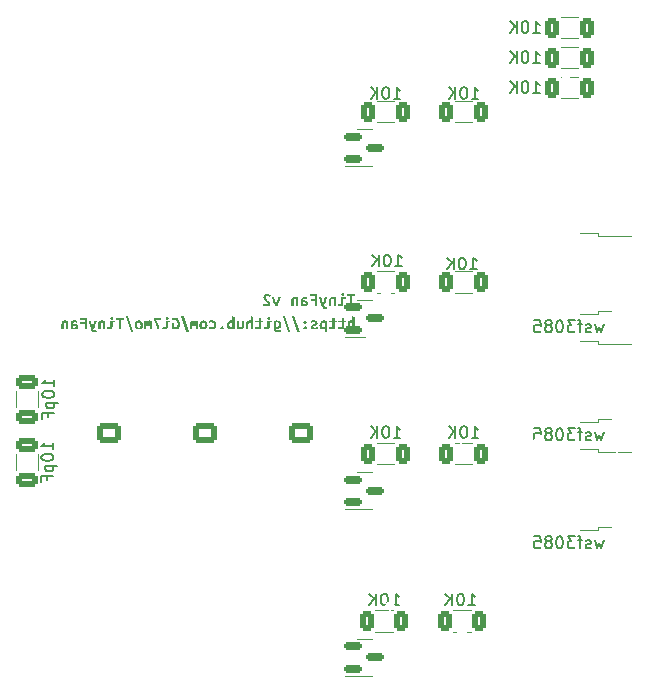
<source format=gbr>
%TF.GenerationSoftware,KiCad,Pcbnew,(6.0.5-0)*%
%TF.CreationDate,2022-09-01T07:50:41+02:00*%
%TF.ProjectId,tiny-fan,74696e79-2d66-4616-9e2e-6b696361645f,rev?*%
%TF.SameCoordinates,Original*%
%TF.FileFunction,Legend,Bot*%
%TF.FilePolarity,Positive*%
%FSLAX46Y46*%
G04 Gerber Fmt 4.6, Leading zero omitted, Abs format (unit mm)*
G04 Created by KiCad (PCBNEW (6.0.5-0)) date 2022-09-01 07:50:41*
%MOMM*%
%LPD*%
G01*
G04 APERTURE LIST*
G04 Aperture macros list*
%AMRoundRect*
0 Rectangle with rounded corners*
0 $1 Rounding radius*
0 $2 $3 $4 $5 $6 $7 $8 $9 X,Y pos of 4 corners*
0 Add a 4 corners polygon primitive as box body*
4,1,4,$2,$3,$4,$5,$6,$7,$8,$9,$2,$3,0*
0 Add four circle primitives for the rounded corners*
1,1,$1+$1,$2,$3*
1,1,$1+$1,$4,$5*
1,1,$1+$1,$6,$7*
1,1,$1+$1,$8,$9*
0 Add four rect primitives between the rounded corners*
20,1,$1+$1,$2,$3,$4,$5,0*
20,1,$1+$1,$4,$5,$6,$7,0*
20,1,$1+$1,$6,$7,$8,$9,0*
20,1,$1+$1,$8,$9,$2,$3,0*%
G04 Aperture macros list end*
%ADD10C,0.150000*%
%ADD11C,0.120000*%
%ADD12R,1.700000X1.700000*%
%ADD13O,1.700000X1.700000*%
%ADD14R,1.730000X2.030000*%
%ADD15O,1.730000X2.030000*%
%ADD16C,5.700000*%
%ADD17RoundRect,0.250000X0.725000X-0.600000X0.725000X0.600000X-0.725000X0.600000X-0.725000X-0.600000X0*%
%ADD18O,1.950000X1.700000*%
%ADD19R,1.910000X1.910000*%
%ADD20C,1.910000*%
%ADD21R,2.600000X2.600000*%
%ADD22C,2.600000*%
%ADD23C,1.955800*%
%ADD24RoundRect,0.250000X0.312500X0.625000X-0.312500X0.625000X-0.312500X-0.625000X0.312500X-0.625000X0*%
%ADD25R,2.200000X1.200000*%
%ADD26R,6.400000X5.800000*%
%ADD27RoundRect,0.150000X-0.587500X-0.150000X0.587500X-0.150000X0.587500X0.150000X-0.587500X0.150000X0*%
%ADD28RoundRect,0.250000X-0.650000X0.325000X-0.650000X-0.325000X0.650000X-0.325000X0.650000X0.325000X0*%
%ADD29RoundRect,0.250000X0.650000X-0.325000X0.650000X0.325000X-0.650000X0.325000X-0.650000X-0.325000X0*%
%ADD30C,0.800000*%
G04 APERTURE END LIST*
D10*
%TO.C,R8*%
X51754476Y-65425380D02*
X52325904Y-65425380D01*
X52040190Y-65425380D02*
X52040190Y-64425380D01*
X52135428Y-64568238D01*
X52230666Y-64663476D01*
X52325904Y-64711095D01*
X51135428Y-64425380D02*
X51040190Y-64425380D01*
X50944952Y-64473000D01*
X50897333Y-64520619D01*
X50849714Y-64615857D01*
X50802095Y-64806333D01*
X50802095Y-65044428D01*
X50849714Y-65234904D01*
X50897333Y-65330142D01*
X50944952Y-65377761D01*
X51040190Y-65425380D01*
X51135428Y-65425380D01*
X51230666Y-65377761D01*
X51278285Y-65330142D01*
X51325904Y-65234904D01*
X51373523Y-65044428D01*
X51373523Y-64806333D01*
X51325904Y-64615857D01*
X51278285Y-64520619D01*
X51230666Y-64473000D01*
X51135428Y-64425380D01*
X50373523Y-65425380D02*
X50373523Y-64425380D01*
X49802095Y-65425380D02*
X50230666Y-64853952D01*
X49802095Y-64425380D02*
X50373523Y-64996809D01*
%TO.C,R17*%
X63666876Y-19502380D02*
X64238304Y-19502380D01*
X63952590Y-19502380D02*
X63952590Y-18502380D01*
X64047828Y-18645238D01*
X64143066Y-18740476D01*
X64238304Y-18788095D01*
X63047828Y-18502380D02*
X62952590Y-18502380D01*
X62857352Y-18550000D01*
X62809733Y-18597619D01*
X62762114Y-18692857D01*
X62714495Y-18883333D01*
X62714495Y-19121428D01*
X62762114Y-19311904D01*
X62809733Y-19407142D01*
X62857352Y-19454761D01*
X62952590Y-19502380D01*
X63047828Y-19502380D01*
X63143066Y-19454761D01*
X63190685Y-19407142D01*
X63238304Y-19311904D01*
X63285923Y-19121428D01*
X63285923Y-18883333D01*
X63238304Y-18692857D01*
X63190685Y-18597619D01*
X63143066Y-18550000D01*
X63047828Y-18502380D01*
X62285923Y-19502380D02*
X62285923Y-18502380D01*
X61714495Y-19502380D02*
X62143066Y-18930952D01*
X61714495Y-18502380D02*
X62285923Y-19073809D01*
%TO.C,Q8*%
X69651190Y-41623714D02*
X69460714Y-42290380D01*
X69270238Y-41814190D01*
X69079761Y-42290380D01*
X68889285Y-41623714D01*
X68555952Y-42242761D02*
X68460714Y-42290380D01*
X68270238Y-42290380D01*
X68175000Y-42242761D01*
X68127380Y-42147523D01*
X68127380Y-42099904D01*
X68175000Y-42004666D01*
X68270238Y-41957047D01*
X68413095Y-41957047D01*
X68508333Y-41909428D01*
X68555952Y-41814190D01*
X68555952Y-41766571D01*
X68508333Y-41671333D01*
X68413095Y-41623714D01*
X68270238Y-41623714D01*
X68175000Y-41671333D01*
X67841666Y-41623714D02*
X67460714Y-41623714D01*
X67698809Y-42290380D02*
X67698809Y-41433238D01*
X67651190Y-41338000D01*
X67555952Y-41290380D01*
X67460714Y-41290380D01*
X67222619Y-41290380D02*
X66603571Y-41290380D01*
X66936904Y-41671333D01*
X66794047Y-41671333D01*
X66698809Y-41718952D01*
X66651190Y-41766571D01*
X66603571Y-41861809D01*
X66603571Y-42099904D01*
X66651190Y-42195142D01*
X66698809Y-42242761D01*
X66794047Y-42290380D01*
X67079761Y-42290380D01*
X67175000Y-42242761D01*
X67222619Y-42195142D01*
X65984523Y-41290380D02*
X65889285Y-41290380D01*
X65794047Y-41338000D01*
X65746428Y-41385619D01*
X65698809Y-41480857D01*
X65651190Y-41671333D01*
X65651190Y-41909428D01*
X65698809Y-42099904D01*
X65746428Y-42195142D01*
X65794047Y-42242761D01*
X65889285Y-42290380D01*
X65984523Y-42290380D01*
X66079761Y-42242761D01*
X66127380Y-42195142D01*
X66175000Y-42099904D01*
X66222619Y-41909428D01*
X66222619Y-41671333D01*
X66175000Y-41480857D01*
X66127380Y-41385619D01*
X66079761Y-41338000D01*
X65984523Y-41290380D01*
X65079761Y-41718952D02*
X65175000Y-41671333D01*
X65222619Y-41623714D01*
X65270238Y-41528476D01*
X65270238Y-41480857D01*
X65222619Y-41385619D01*
X65175000Y-41338000D01*
X65079761Y-41290380D01*
X64889285Y-41290380D01*
X64794047Y-41338000D01*
X64746428Y-41385619D01*
X64698809Y-41480857D01*
X64698809Y-41528476D01*
X64746428Y-41623714D01*
X64794047Y-41671333D01*
X64889285Y-41718952D01*
X65079761Y-41718952D01*
X65175000Y-41766571D01*
X65222619Y-41814190D01*
X65270238Y-41909428D01*
X65270238Y-42099904D01*
X65222619Y-42195142D01*
X65175000Y-42242761D01*
X65079761Y-42290380D01*
X64889285Y-42290380D01*
X64794047Y-42242761D01*
X64746428Y-42195142D01*
X64698809Y-42099904D01*
X64698809Y-41909428D01*
X64746428Y-41814190D01*
X64794047Y-41766571D01*
X64889285Y-41718952D01*
X63794047Y-41290380D02*
X64270238Y-41290380D01*
X64317857Y-41766571D01*
X64270238Y-41718952D01*
X64175000Y-41671333D01*
X63936904Y-41671333D01*
X63841666Y-41718952D01*
X63794047Y-41766571D01*
X63746428Y-41861809D01*
X63746428Y-42099904D01*
X63794047Y-42195142D01*
X63841666Y-42242761D01*
X63936904Y-42290380D01*
X64175000Y-42290380D01*
X64270238Y-42242761D01*
X64317857Y-42195142D01*
%TO.C,Q10*%
X69651190Y-59911714D02*
X69460714Y-60578380D01*
X69270238Y-60102190D01*
X69079761Y-60578380D01*
X68889285Y-59911714D01*
X68555952Y-60530761D02*
X68460714Y-60578380D01*
X68270238Y-60578380D01*
X68175000Y-60530761D01*
X68127380Y-60435523D01*
X68127380Y-60387904D01*
X68175000Y-60292666D01*
X68270238Y-60245047D01*
X68413095Y-60245047D01*
X68508333Y-60197428D01*
X68555952Y-60102190D01*
X68555952Y-60054571D01*
X68508333Y-59959333D01*
X68413095Y-59911714D01*
X68270238Y-59911714D01*
X68175000Y-59959333D01*
X67841666Y-59911714D02*
X67460714Y-59911714D01*
X67698809Y-60578380D02*
X67698809Y-59721238D01*
X67651190Y-59626000D01*
X67555952Y-59578380D01*
X67460714Y-59578380D01*
X67222619Y-59578380D02*
X66603571Y-59578380D01*
X66936904Y-59959333D01*
X66794047Y-59959333D01*
X66698809Y-60006952D01*
X66651190Y-60054571D01*
X66603571Y-60149809D01*
X66603571Y-60387904D01*
X66651190Y-60483142D01*
X66698809Y-60530761D01*
X66794047Y-60578380D01*
X67079761Y-60578380D01*
X67175000Y-60530761D01*
X67222619Y-60483142D01*
X65984523Y-59578380D02*
X65889285Y-59578380D01*
X65794047Y-59626000D01*
X65746428Y-59673619D01*
X65698809Y-59768857D01*
X65651190Y-59959333D01*
X65651190Y-60197428D01*
X65698809Y-60387904D01*
X65746428Y-60483142D01*
X65794047Y-60530761D01*
X65889285Y-60578380D01*
X65984523Y-60578380D01*
X66079761Y-60530761D01*
X66127380Y-60483142D01*
X66175000Y-60387904D01*
X66222619Y-60197428D01*
X66222619Y-59959333D01*
X66175000Y-59768857D01*
X66127380Y-59673619D01*
X66079761Y-59626000D01*
X65984523Y-59578380D01*
X65079761Y-60006952D02*
X65175000Y-59959333D01*
X65222619Y-59911714D01*
X65270238Y-59816476D01*
X65270238Y-59768857D01*
X65222619Y-59673619D01*
X65175000Y-59626000D01*
X65079761Y-59578380D01*
X64889285Y-59578380D01*
X64794047Y-59626000D01*
X64746428Y-59673619D01*
X64698809Y-59768857D01*
X64698809Y-59816476D01*
X64746428Y-59911714D01*
X64794047Y-59959333D01*
X64889285Y-60006952D01*
X65079761Y-60006952D01*
X65175000Y-60054571D01*
X65222619Y-60102190D01*
X65270238Y-60197428D01*
X65270238Y-60387904D01*
X65222619Y-60483142D01*
X65175000Y-60530761D01*
X65079761Y-60578380D01*
X64889285Y-60578380D01*
X64794047Y-60530761D01*
X64746428Y-60483142D01*
X64698809Y-60387904D01*
X64698809Y-60197428D01*
X64746428Y-60102190D01*
X64794047Y-60054571D01*
X64889285Y-60006952D01*
X63794047Y-59578380D02*
X64270238Y-59578380D01*
X64317857Y-60054571D01*
X64270238Y-60006952D01*
X64175000Y-59959333D01*
X63936904Y-59959333D01*
X63841666Y-60006952D01*
X63794047Y-60054571D01*
X63746428Y-60149809D01*
X63746428Y-60387904D01*
X63794047Y-60483142D01*
X63841666Y-60530761D01*
X63936904Y-60578380D01*
X64175000Y-60578380D01*
X64270238Y-60530761D01*
X64317857Y-60483142D01*
%TO.C,Q9*%
X69651190Y-50767714D02*
X69460714Y-51434380D01*
X69270238Y-50958190D01*
X69079761Y-51434380D01*
X68889285Y-50767714D01*
X68555952Y-51386761D02*
X68460714Y-51434380D01*
X68270238Y-51434380D01*
X68175000Y-51386761D01*
X68127380Y-51291523D01*
X68127380Y-51243904D01*
X68175000Y-51148666D01*
X68270238Y-51101047D01*
X68413095Y-51101047D01*
X68508333Y-51053428D01*
X68555952Y-50958190D01*
X68555952Y-50910571D01*
X68508333Y-50815333D01*
X68413095Y-50767714D01*
X68270238Y-50767714D01*
X68175000Y-50815333D01*
X67841666Y-50767714D02*
X67460714Y-50767714D01*
X67698809Y-51434380D02*
X67698809Y-50577238D01*
X67651190Y-50482000D01*
X67555952Y-50434380D01*
X67460714Y-50434380D01*
X67222619Y-50434380D02*
X66603571Y-50434380D01*
X66936904Y-50815333D01*
X66794047Y-50815333D01*
X66698809Y-50862952D01*
X66651190Y-50910571D01*
X66603571Y-51005809D01*
X66603571Y-51243904D01*
X66651190Y-51339142D01*
X66698809Y-51386761D01*
X66794047Y-51434380D01*
X67079761Y-51434380D01*
X67175000Y-51386761D01*
X67222619Y-51339142D01*
X65984523Y-50434380D02*
X65889285Y-50434380D01*
X65794047Y-50482000D01*
X65746428Y-50529619D01*
X65698809Y-50624857D01*
X65651190Y-50815333D01*
X65651190Y-51053428D01*
X65698809Y-51243904D01*
X65746428Y-51339142D01*
X65794047Y-51386761D01*
X65889285Y-51434380D01*
X65984523Y-51434380D01*
X66079761Y-51386761D01*
X66127380Y-51339142D01*
X66175000Y-51243904D01*
X66222619Y-51053428D01*
X66222619Y-50815333D01*
X66175000Y-50624857D01*
X66127380Y-50529619D01*
X66079761Y-50482000D01*
X65984523Y-50434380D01*
X65079761Y-50862952D02*
X65175000Y-50815333D01*
X65222619Y-50767714D01*
X65270238Y-50672476D01*
X65270238Y-50624857D01*
X65222619Y-50529619D01*
X65175000Y-50482000D01*
X65079761Y-50434380D01*
X64889285Y-50434380D01*
X64794047Y-50482000D01*
X64746428Y-50529619D01*
X64698809Y-50624857D01*
X64698809Y-50672476D01*
X64746428Y-50767714D01*
X64794047Y-50815333D01*
X64889285Y-50862952D01*
X65079761Y-50862952D01*
X65175000Y-50910571D01*
X65222619Y-50958190D01*
X65270238Y-51053428D01*
X65270238Y-51243904D01*
X65222619Y-51339142D01*
X65175000Y-51386761D01*
X65079761Y-51434380D01*
X64889285Y-51434380D01*
X64794047Y-51386761D01*
X64746428Y-51339142D01*
X64698809Y-51243904D01*
X64698809Y-51053428D01*
X64746428Y-50958190D01*
X64794047Y-50910571D01*
X64889285Y-50862952D01*
X63794047Y-50434380D02*
X64270238Y-50434380D01*
X64317857Y-50910571D01*
X64270238Y-50862952D01*
X64175000Y-50815333D01*
X63936904Y-50815333D01*
X63841666Y-50862952D01*
X63794047Y-50910571D01*
X63746428Y-51005809D01*
X63746428Y-51243904D01*
X63794047Y-51339142D01*
X63841666Y-51386761D01*
X63936904Y-51434380D01*
X64175000Y-51434380D01*
X64270238Y-51386761D01*
X64317857Y-51339142D01*
%TO.C,R5*%
X58216476Y-65425380D02*
X58787904Y-65425380D01*
X58502190Y-65425380D02*
X58502190Y-64425380D01*
X58597428Y-64568238D01*
X58692666Y-64663476D01*
X58787904Y-64711095D01*
X57597428Y-64425380D02*
X57502190Y-64425380D01*
X57406952Y-64473000D01*
X57359333Y-64520619D01*
X57311714Y-64615857D01*
X57264095Y-64806333D01*
X57264095Y-65044428D01*
X57311714Y-65234904D01*
X57359333Y-65330142D01*
X57406952Y-65377761D01*
X57502190Y-65425380D01*
X57597428Y-65425380D01*
X57692666Y-65377761D01*
X57740285Y-65330142D01*
X57787904Y-65234904D01*
X57835523Y-65044428D01*
X57835523Y-64806333D01*
X57787904Y-64615857D01*
X57740285Y-64520619D01*
X57692666Y-64473000D01*
X57597428Y-64425380D01*
X56835523Y-65425380D02*
X56835523Y-64425380D01*
X56264095Y-65425380D02*
X56692666Y-64853952D01*
X56264095Y-64425380D02*
X56835523Y-64996809D01*
%TO.C,R1*%
X58348476Y-36977380D02*
X58919904Y-36977380D01*
X58634190Y-36977380D02*
X58634190Y-35977380D01*
X58729428Y-36120238D01*
X58824666Y-36215476D01*
X58919904Y-36263095D01*
X57729428Y-35977380D02*
X57634190Y-35977380D01*
X57538952Y-36025000D01*
X57491333Y-36072619D01*
X57443714Y-36167857D01*
X57396095Y-36358333D01*
X57396095Y-36596428D01*
X57443714Y-36786904D01*
X57491333Y-36882142D01*
X57538952Y-36929761D01*
X57634190Y-36977380D01*
X57729428Y-36977380D01*
X57824666Y-36929761D01*
X57872285Y-36882142D01*
X57919904Y-36786904D01*
X57967523Y-36596428D01*
X57967523Y-36358333D01*
X57919904Y-36167857D01*
X57872285Y-36072619D01*
X57824666Y-36025000D01*
X57729428Y-35977380D01*
X56967523Y-36977380D02*
X56967523Y-35977380D01*
X56396095Y-36977380D02*
X56824666Y-36405952D01*
X56396095Y-35977380D02*
X56967523Y-36548809D01*
%TO.C,R7*%
X51886476Y-51247380D02*
X52457904Y-51247380D01*
X52172190Y-51247380D02*
X52172190Y-50247380D01*
X52267428Y-50390238D01*
X52362666Y-50485476D01*
X52457904Y-50533095D01*
X51267428Y-50247380D02*
X51172190Y-50247380D01*
X51076952Y-50295000D01*
X51029333Y-50342619D01*
X50981714Y-50437857D01*
X50934095Y-50628333D01*
X50934095Y-50866428D01*
X50981714Y-51056904D01*
X51029333Y-51152142D01*
X51076952Y-51199761D01*
X51172190Y-51247380D01*
X51267428Y-51247380D01*
X51362666Y-51199761D01*
X51410285Y-51152142D01*
X51457904Y-51056904D01*
X51505523Y-50866428D01*
X51505523Y-50628333D01*
X51457904Y-50437857D01*
X51410285Y-50342619D01*
X51362666Y-50295000D01*
X51267428Y-50247380D01*
X50505523Y-51247380D02*
X50505523Y-50247380D01*
X49934095Y-51247380D02*
X50362666Y-50675952D01*
X49934095Y-50247380D02*
X50505523Y-50818809D01*
%TO.C,R4*%
X58490476Y-51247380D02*
X59061904Y-51247380D01*
X58776190Y-51247380D02*
X58776190Y-50247380D01*
X58871428Y-50390238D01*
X58966666Y-50485476D01*
X59061904Y-50533095D01*
X57871428Y-50247380D02*
X57776190Y-50247380D01*
X57680952Y-50295000D01*
X57633333Y-50342619D01*
X57585714Y-50437857D01*
X57538095Y-50628333D01*
X57538095Y-50866428D01*
X57585714Y-51056904D01*
X57633333Y-51152142D01*
X57680952Y-51199761D01*
X57776190Y-51247380D01*
X57871428Y-51247380D01*
X57966666Y-51199761D01*
X58014285Y-51152142D01*
X58061904Y-51056904D01*
X58109523Y-50866428D01*
X58109523Y-50628333D01*
X58061904Y-50437857D01*
X58014285Y-50342619D01*
X57966666Y-50295000D01*
X57871428Y-50247380D01*
X57109523Y-51247380D02*
X57109523Y-50247380D01*
X56538095Y-51247380D02*
X56966666Y-50675952D01*
X56538095Y-50247380D02*
X57109523Y-50818809D01*
%TO.C,R16*%
X63666876Y-22042380D02*
X64238304Y-22042380D01*
X63952590Y-22042380D02*
X63952590Y-21042380D01*
X64047828Y-21185238D01*
X64143066Y-21280476D01*
X64238304Y-21328095D01*
X63047828Y-21042380D02*
X62952590Y-21042380D01*
X62857352Y-21090000D01*
X62809733Y-21137619D01*
X62762114Y-21232857D01*
X62714495Y-21423333D01*
X62714495Y-21661428D01*
X62762114Y-21851904D01*
X62809733Y-21947142D01*
X62857352Y-21994761D01*
X62952590Y-22042380D01*
X63047828Y-22042380D01*
X63143066Y-21994761D01*
X63190685Y-21947142D01*
X63238304Y-21851904D01*
X63285923Y-21661428D01*
X63285923Y-21423333D01*
X63238304Y-21232857D01*
X63190685Y-21137619D01*
X63143066Y-21090000D01*
X63047828Y-21042380D01*
X62285923Y-22042380D02*
X62285923Y-21042380D01*
X61714495Y-22042380D02*
X62143066Y-21470952D01*
X61714495Y-21042380D02*
X62285923Y-21613809D01*
%TO.C,C1*%
X23130380Y-46885571D02*
X23130380Y-46314142D01*
X23130380Y-46599857D02*
X22130380Y-46599857D01*
X22273238Y-46504619D01*
X22368476Y-46409380D01*
X22416095Y-46314142D01*
X22130380Y-47504619D02*
X22130380Y-47599857D01*
X22178000Y-47695095D01*
X22225619Y-47742714D01*
X22320857Y-47790333D01*
X22511333Y-47837952D01*
X22749428Y-47837952D01*
X22939904Y-47790333D01*
X23035142Y-47742714D01*
X23082761Y-47695095D01*
X23130380Y-47599857D01*
X23130380Y-47504619D01*
X23082761Y-47409380D01*
X23035142Y-47361761D01*
X22939904Y-47314142D01*
X22749428Y-47266523D01*
X22511333Y-47266523D01*
X22320857Y-47314142D01*
X22225619Y-47361761D01*
X22178000Y-47409380D01*
X22130380Y-47504619D01*
X22463714Y-48266523D02*
X23463714Y-48266523D01*
X22511333Y-48266523D02*
X22463714Y-48361761D01*
X22463714Y-48552238D01*
X22511333Y-48647476D01*
X22558952Y-48695095D01*
X22654190Y-48742714D01*
X22939904Y-48742714D01*
X23035142Y-48695095D01*
X23082761Y-48647476D01*
X23130380Y-48552238D01*
X23130380Y-48361761D01*
X23082761Y-48266523D01*
X22606571Y-49504619D02*
X22606571Y-49171285D01*
X23130380Y-49171285D02*
X22130380Y-49171285D01*
X22130380Y-49647476D01*
%TO.C,R2*%
X58490476Y-22550380D02*
X59061904Y-22550380D01*
X58776190Y-22550380D02*
X58776190Y-21550380D01*
X58871428Y-21693238D01*
X58966666Y-21788476D01*
X59061904Y-21836095D01*
X57871428Y-21550380D02*
X57776190Y-21550380D01*
X57680952Y-21598000D01*
X57633333Y-21645619D01*
X57585714Y-21740857D01*
X57538095Y-21931333D01*
X57538095Y-22169428D01*
X57585714Y-22359904D01*
X57633333Y-22455142D01*
X57680952Y-22502761D01*
X57776190Y-22550380D01*
X57871428Y-22550380D01*
X57966666Y-22502761D01*
X58014285Y-22455142D01*
X58061904Y-22359904D01*
X58109523Y-22169428D01*
X58109523Y-21931333D01*
X58061904Y-21740857D01*
X58014285Y-21645619D01*
X57966666Y-21598000D01*
X57871428Y-21550380D01*
X57109523Y-22550380D02*
X57109523Y-21550380D01*
X56538095Y-22550380D02*
X56966666Y-21978952D01*
X56538095Y-21550380D02*
X57109523Y-22121809D01*
%TO.C,R15*%
X63666876Y-16962380D02*
X64238304Y-16962380D01*
X63952590Y-16962380D02*
X63952590Y-15962380D01*
X64047828Y-16105238D01*
X64143066Y-16200476D01*
X64238304Y-16248095D01*
X63047828Y-15962380D02*
X62952590Y-15962380D01*
X62857352Y-16010000D01*
X62809733Y-16057619D01*
X62762114Y-16152857D01*
X62714495Y-16343333D01*
X62714495Y-16581428D01*
X62762114Y-16771904D01*
X62809733Y-16867142D01*
X62857352Y-16914761D01*
X62952590Y-16962380D01*
X63047828Y-16962380D01*
X63143066Y-16914761D01*
X63190685Y-16867142D01*
X63238304Y-16771904D01*
X63285923Y-16581428D01*
X63285923Y-16343333D01*
X63238304Y-16152857D01*
X63190685Y-16057619D01*
X63143066Y-16010000D01*
X63047828Y-15962380D01*
X62285923Y-16962380D02*
X62285923Y-15962380D01*
X61714495Y-16962380D02*
X62143066Y-16390952D01*
X61714495Y-15962380D02*
X62285923Y-16533809D01*
%TO.C,C2*%
X23058380Y-52219571D02*
X23058380Y-51648142D01*
X23058380Y-51933857D02*
X22058380Y-51933857D01*
X22201238Y-51838619D01*
X22296476Y-51743380D01*
X22344095Y-51648142D01*
X22058380Y-52838619D02*
X22058380Y-52933857D01*
X22106000Y-53029095D01*
X22153619Y-53076714D01*
X22248857Y-53124333D01*
X22439333Y-53171952D01*
X22677428Y-53171952D01*
X22867904Y-53124333D01*
X22963142Y-53076714D01*
X23010761Y-53029095D01*
X23058380Y-52933857D01*
X23058380Y-52838619D01*
X23010761Y-52743380D01*
X22963142Y-52695761D01*
X22867904Y-52648142D01*
X22677428Y-52600523D01*
X22439333Y-52600523D01*
X22248857Y-52648142D01*
X22153619Y-52695761D01*
X22106000Y-52743380D01*
X22058380Y-52838619D01*
X22391714Y-53600523D02*
X23391714Y-53600523D01*
X22439333Y-53600523D02*
X22391714Y-53695761D01*
X22391714Y-53886238D01*
X22439333Y-53981476D01*
X22486952Y-54029095D01*
X22582190Y-54076714D01*
X22867904Y-54076714D01*
X22963142Y-54029095D01*
X23010761Y-53981476D01*
X23058380Y-53886238D01*
X23058380Y-53695761D01*
X23010761Y-53600523D01*
X22534571Y-54838619D02*
X22534571Y-54505285D01*
X23058380Y-54505285D02*
X22058380Y-54505285D01*
X22058380Y-54981476D01*
%TO.C,R6*%
X51998476Y-36723380D02*
X52569904Y-36723380D01*
X52284190Y-36723380D02*
X52284190Y-35723380D01*
X52379428Y-35866238D01*
X52474666Y-35961476D01*
X52569904Y-36009095D01*
X51379428Y-35723380D02*
X51284190Y-35723380D01*
X51188952Y-35771000D01*
X51141333Y-35818619D01*
X51093714Y-35913857D01*
X51046095Y-36104333D01*
X51046095Y-36342428D01*
X51093714Y-36532904D01*
X51141333Y-36628142D01*
X51188952Y-36675761D01*
X51284190Y-36723380D01*
X51379428Y-36723380D01*
X51474666Y-36675761D01*
X51522285Y-36628142D01*
X51569904Y-36532904D01*
X51617523Y-36342428D01*
X51617523Y-36104333D01*
X51569904Y-35913857D01*
X51522285Y-35818619D01*
X51474666Y-35771000D01*
X51379428Y-35723380D01*
X50617523Y-36723380D02*
X50617523Y-35723380D01*
X50046095Y-36723380D02*
X50474666Y-36151952D01*
X50046095Y-35723380D02*
X50617523Y-36294809D01*
%TO.C,R3*%
X51886476Y-22550380D02*
X52457904Y-22550380D01*
X52172190Y-22550380D02*
X52172190Y-21550380D01*
X52267428Y-21693238D01*
X52362666Y-21788476D01*
X52457904Y-21836095D01*
X51267428Y-21550380D02*
X51172190Y-21550380D01*
X51076952Y-21598000D01*
X51029333Y-21645619D01*
X50981714Y-21740857D01*
X50934095Y-21931333D01*
X50934095Y-22169428D01*
X50981714Y-22359904D01*
X51029333Y-22455142D01*
X51076952Y-22502761D01*
X51172190Y-22550380D01*
X51267428Y-22550380D01*
X51362666Y-22502761D01*
X51410285Y-22455142D01*
X51457904Y-22359904D01*
X51505523Y-22169428D01*
X51505523Y-21931333D01*
X51457904Y-21740857D01*
X51410285Y-21645619D01*
X51362666Y-21598000D01*
X51267428Y-21550380D01*
X50505523Y-22550380D02*
X50505523Y-21550380D01*
X49934095Y-22550380D02*
X50362666Y-21978952D01*
X49934095Y-21550380D02*
X50505523Y-22121809D01*
%TO.C,kibuzzard-631047F8*%
G36*
X43915392Y-42301800D02*
G01*
X43715195Y-42301800D01*
X43280392Y-40950470D01*
X43477461Y-40950470D01*
X43915392Y-42301800D01*
G37*
G36*
X34531155Y-42301800D02*
G01*
X34330958Y-42301800D01*
X33896155Y-40950470D01*
X34093224Y-40950470D01*
X34531155Y-42301800D01*
G37*
G36*
X43133372Y-42301800D02*
G01*
X42933175Y-42301800D01*
X42498372Y-40950470D01*
X42695441Y-40950470D01*
X43133372Y-42301800D01*
G37*
G36*
X29839037Y-42301800D02*
G01*
X29638840Y-42301800D01*
X29204037Y-40950470D01*
X29401106Y-40950470D01*
X29839037Y-42301800D01*
G37*
G36*
X37798434Y-41519780D02*
G01*
X37821699Y-41454286D01*
X37853957Y-41398567D01*
X37945453Y-41320365D01*
X38004496Y-41299837D01*
X38072141Y-41292994D01*
X38147214Y-41300032D01*
X38225416Y-41325839D01*
X38225416Y-40958290D01*
X38417793Y-40991135D01*
X38417793Y-42021837D01*
X38358360Y-42037477D01*
X38286414Y-42049989D01*
X38208994Y-42058201D01*
X38133138Y-42060938D01*
X38053372Y-42054095D01*
X37982990Y-42033567D01*
X37922384Y-42000527D01*
X37871944Y-41956147D01*
X37832060Y-41900819D01*
X37803126Y-41834934D01*
X37785530Y-41759665D01*
X37779665Y-41676184D01*
X37779933Y-41671492D01*
X37975170Y-41671492D01*
X37986118Y-41775696D01*
X38018963Y-41844318D01*
X38070577Y-41882442D01*
X38137830Y-41895149D01*
X38179277Y-41893585D01*
X38225416Y-41887329D01*
X38225416Y-41488499D01*
X38173021Y-41467385D01*
X38111242Y-41458782D01*
X38051222Y-41472468D01*
X38008797Y-41513524D01*
X37983577Y-41580387D01*
X37975170Y-41671492D01*
X37779933Y-41671492D01*
X37784357Y-41594072D01*
X37798434Y-41519780D01*
G37*
G36*
X45778276Y-39440233D02*
G01*
X45793556Y-39506710D01*
X45809232Y-39572789D01*
X45825504Y-39638274D01*
X45842570Y-39702964D01*
X45875907Y-39822821D01*
X45922739Y-39702964D01*
X45945162Y-39638075D01*
X45966395Y-39571996D01*
X45986437Y-39505321D01*
X46005289Y-39438646D01*
X46037832Y-39313233D01*
X46241032Y-39313233D01*
X46211664Y-39419645D01*
X46180707Y-39521394D01*
X46148164Y-39618480D01*
X46114032Y-39710902D01*
X46067466Y-39826525D01*
X46020899Y-39933152D01*
X45974332Y-40030783D01*
X46029895Y-40121271D01*
X46121970Y-40159371D01*
X46175151Y-40153814D01*
X46231507Y-40133971D01*
X46268020Y-40297483D01*
X46200551Y-40318121D01*
X46110857Y-40326058D01*
X46008464Y-40311771D01*
X45929089Y-40268114D01*
X45864001Y-40192708D01*
X45804470Y-40083171D01*
X45766171Y-39994668D01*
X45730651Y-39903783D01*
X45697512Y-39810716D01*
X45666357Y-39715664D01*
X45636790Y-39618430D01*
X45608414Y-39518814D01*
X45580037Y-39417016D01*
X45550470Y-39313233D01*
X45750495Y-39313233D01*
X45778276Y-39440233D01*
G37*
G36*
X48582485Y-40991135D02*
G01*
X48582485Y-42043733D01*
X48390109Y-42043733D01*
X48390109Y-41477551D01*
X48348661Y-41466603D01*
X48296266Y-41460346D01*
X48207116Y-41505704D01*
X48189520Y-41565528D01*
X48183655Y-41654287D01*
X48183655Y-42043733D01*
X47991278Y-42043733D01*
X47991278Y-41629263D01*
X47994798Y-41557512D01*
X48005355Y-41492409D01*
X48052276Y-41386055D01*
X48139862Y-41317237D01*
X48201251Y-41299055D01*
X48275934Y-41292994D01*
X48333803Y-41300032D01*
X48390109Y-41314891D01*
X48390109Y-40958290D01*
X48582485Y-40991135D01*
G37*
G36*
X39980269Y-40991135D02*
G01*
X39980269Y-42043733D01*
X39787892Y-42043733D01*
X39787892Y-41477551D01*
X39746445Y-41466603D01*
X39694049Y-41460346D01*
X39604899Y-41505704D01*
X39587304Y-41565528D01*
X39581439Y-41654287D01*
X39581439Y-42043733D01*
X39389062Y-42043733D01*
X39389062Y-41629263D01*
X39392581Y-41557512D01*
X39403138Y-41492409D01*
X39450059Y-41386055D01*
X39537645Y-41317237D01*
X39599034Y-41299055D01*
X39673717Y-41292994D01*
X39731586Y-41300032D01*
X39787892Y-41314891D01*
X39787892Y-40958290D01*
X39980269Y-40991135D01*
G37*
G36*
X26270681Y-41433758D02*
G01*
X26285735Y-41499252D01*
X26301180Y-41564355D01*
X26317211Y-41628872D01*
X26334025Y-41692606D01*
X26366870Y-41810691D01*
X26413009Y-41692606D01*
X26435101Y-41628676D01*
X26456020Y-41563573D01*
X26475766Y-41497883D01*
X26494339Y-41432194D01*
X26526402Y-41308635D01*
X26726599Y-41308635D01*
X26697664Y-41413474D01*
X26667165Y-41513719D01*
X26635102Y-41609370D01*
X26601476Y-41700427D01*
X26555597Y-41814341D01*
X26509719Y-41919392D01*
X26463840Y-42015580D01*
X26518581Y-42104731D01*
X26609296Y-42142268D01*
X26661691Y-42136794D01*
X26717214Y-42117243D01*
X26753187Y-42278339D01*
X26686716Y-42298672D01*
X26598347Y-42306492D01*
X26497467Y-42292415D01*
X26419265Y-42249404D01*
X26355139Y-42175113D01*
X26296488Y-42067194D01*
X26258755Y-41979999D01*
X26223760Y-41890457D01*
X26191111Y-41798766D01*
X26160416Y-41705119D01*
X26131286Y-41609321D01*
X26103329Y-41511178D01*
X26075372Y-41410884D01*
X26046242Y-41308635D01*
X26243310Y-41308635D01*
X26270681Y-41433758D01*
G37*
G36*
X33446103Y-41061712D02*
G01*
X33525478Y-41085759D01*
X33597033Y-41125838D01*
X33658421Y-41181947D01*
X33708862Y-41253698D01*
X33747572Y-41340697D01*
X33772205Y-41442556D01*
X33780416Y-41558881D01*
X33773378Y-41676379D01*
X33752264Y-41778629D01*
X33718246Y-41865433D01*
X33672498Y-41936596D01*
X33615606Y-41992120D01*
X33548157Y-42032003D01*
X33470932Y-42056050D01*
X33384714Y-42064066D01*
X33289113Y-42060156D01*
X33208760Y-42048425D01*
X33101623Y-42020273D01*
X33101623Y-41536984D01*
X33294000Y-41536984D01*
X33294000Y-41890457D01*
X33331537Y-41895149D01*
X33369074Y-41896713D01*
X33462525Y-41876185D01*
X33530170Y-41814601D01*
X33560582Y-41749694D01*
X33578829Y-41664454D01*
X33584911Y-41558881D01*
X33581588Y-41487131D01*
X33571617Y-41422028D01*
X33527824Y-41315673D01*
X33450404Y-41246073D01*
X33334665Y-41221048D01*
X33231439Y-41238253D01*
X33146980Y-41277354D01*
X33096931Y-41124078D01*
X33128994Y-41105310D01*
X33182953Y-41081849D01*
X33260373Y-41062298D01*
X33361254Y-41053696D01*
X33446103Y-41061712D01*
G37*
G36*
X48641332Y-39238621D02*
G01*
X48382570Y-39238621D01*
X48382570Y-40059358D01*
X48185720Y-40059358D01*
X48185720Y-39238621D01*
X47926957Y-39238621D01*
X47926957Y-39076696D01*
X48641332Y-39076696D01*
X48641332Y-39238621D01*
G37*
G36*
X41239018Y-39062408D02*
G01*
X41322164Y-39086221D01*
X41400546Y-39126702D01*
X41469007Y-39184646D01*
X41372170Y-39321171D01*
X41272157Y-39246558D01*
X41175320Y-39224333D01*
X41083245Y-39256877D01*
X41046732Y-39349746D01*
X41076101Y-39433883D01*
X41150714Y-39519608D01*
X41197545Y-39565050D01*
X41247551Y-39612477D01*
X41297557Y-39662880D01*
X41344389Y-39717252D01*
X41385664Y-39776188D01*
X41419001Y-39840283D01*
X41441028Y-39910133D01*
X41448370Y-39986333D01*
X41449164Y-40019671D01*
X41445195Y-40059358D01*
X40803845Y-40059358D01*
X40803845Y-39897433D01*
X41226120Y-39897433D01*
X41209451Y-39845046D01*
X41168970Y-39788689D01*
X41118170Y-39734714D01*
X41070545Y-39689471D01*
X40989582Y-39610096D01*
X40918145Y-39524371D01*
X40867345Y-39433089D01*
X40848295Y-39335458D01*
X40873695Y-39212427D01*
X40941957Y-39124321D01*
X41040382Y-39071933D01*
X41156270Y-39054471D01*
X41239018Y-39062408D01*
G37*
G36*
X29091426Y-41235125D02*
G01*
X28836488Y-41235125D01*
X28836488Y-42043733D01*
X28642547Y-42043733D01*
X28642547Y-41235125D01*
X28387609Y-41235125D01*
X28387609Y-41075593D01*
X29091426Y-41075593D01*
X29091426Y-41235125D01*
G37*
G36*
X41831396Y-41310372D02*
G01*
X41918461Y-41297339D01*
X42001008Y-41292994D01*
X42107710Y-41302900D01*
X42198424Y-41332617D01*
X42273150Y-41382145D01*
X42328761Y-41451831D01*
X42362127Y-41542024D01*
X42373249Y-41652723D01*
X42364994Y-41752301D01*
X42340230Y-41836237D01*
X42298957Y-41904534D01*
X42207265Y-41972569D01*
X42080774Y-41995248D01*
X42008046Y-41987428D01*
X41933754Y-41963967D01*
X41933754Y-41993684D01*
X41941574Y-42052335D01*
X41968163Y-42100039D01*
X42019776Y-42132101D01*
X42102670Y-42143832D01*
X42227793Y-42128973D01*
X42323200Y-42096911D01*
X42359173Y-42259571D01*
X42237960Y-42292415D01*
X42173247Y-42302973D01*
X42105798Y-42306492D01*
X41989277Y-42296934D01*
X41896217Y-42268260D01*
X41826617Y-42220470D01*
X41778393Y-42152695D01*
X41749458Y-42064066D01*
X41739813Y-41954583D01*
X41739813Y-41810691D01*
X41933754Y-41810691D01*
X41983021Y-41831024D01*
X42041673Y-41838844D01*
X42144899Y-41791141D01*
X42169533Y-41732685D01*
X42177744Y-41652723D01*
X42158976Y-41539765D01*
X42102670Y-41471990D01*
X42008828Y-41449398D01*
X41972855Y-41450962D01*
X41933754Y-41457218D01*
X41933754Y-41810691D01*
X41739813Y-41810691D01*
X41739813Y-41332095D01*
X41831396Y-41310372D01*
G37*
G36*
X45641744Y-41473206D02*
G01*
X45692141Y-41396221D01*
X45761480Y-41338873D01*
X45848544Y-41304464D01*
X45953335Y-41292994D01*
X46028996Y-41295731D01*
X46105829Y-41303943D01*
X46177188Y-41316455D01*
X46236426Y-41332095D01*
X46236426Y-42301800D01*
X46044049Y-42301800D01*
X46044049Y-42024965D01*
X45967020Y-42051944D01*
X45892338Y-42060938D01*
X45824693Y-42053899D01*
X45765650Y-42032785D01*
X45674936Y-41953801D01*
X45643264Y-41897887D01*
X45620195Y-41831806D01*
X45606118Y-41757318D01*
X45601788Y-41682440D01*
X45796931Y-41682440D01*
X45805142Y-41772568D01*
X45829776Y-41839626D01*
X45871614Y-41881269D01*
X45931439Y-41895149D01*
X45994000Y-41887329D01*
X46044049Y-41866997D01*
X46044049Y-41463475D01*
X46001820Y-41459564D01*
X45954899Y-41457218D01*
X45885299Y-41473054D01*
X45836032Y-41520562D01*
X45806706Y-41592703D01*
X45796931Y-41682440D01*
X45601788Y-41682440D01*
X45601426Y-41676184D01*
X45611506Y-41566527D01*
X45641744Y-41473206D01*
G37*
G36*
X47675343Y-41124078D02*
G01*
X47675343Y-41308635D01*
X47842695Y-41308635D01*
X47842695Y-41468167D01*
X47675343Y-41468167D01*
X47675343Y-41770026D01*
X47670650Y-41853507D01*
X47656574Y-41919392D01*
X47601833Y-42007760D01*
X47514246Y-42049989D01*
X47395379Y-42060938D01*
X47275730Y-42051553D01*
X47160774Y-42020273D01*
X47187362Y-41854484D01*
X47236629Y-41874817D01*
X47280423Y-41886547D01*
X47324216Y-41892021D01*
X47373483Y-41893585D01*
X47418840Y-41888893D01*
X47453249Y-41870125D01*
X47475145Y-41831024D01*
X47482966Y-41765334D01*
X47482966Y-41468167D01*
X47174850Y-41468167D01*
X47174850Y-41308635D01*
X47482966Y-41308635D01*
X47482966Y-41092797D01*
X47675343Y-41124078D01*
G37*
G36*
X46893323Y-41124078D02*
G01*
X46893323Y-41308635D01*
X47060675Y-41308635D01*
X47060675Y-41468167D01*
X46893323Y-41468167D01*
X46893323Y-41770026D01*
X46888631Y-41853507D01*
X46874554Y-41919392D01*
X46819813Y-42007760D01*
X46732227Y-42049989D01*
X46613360Y-42060938D01*
X46493711Y-42051553D01*
X46378754Y-42020273D01*
X46405343Y-41854484D01*
X46454610Y-41874817D01*
X46498403Y-41886547D01*
X46542196Y-41892021D01*
X46591463Y-41893585D01*
X46636820Y-41888893D01*
X46671229Y-41870125D01*
X46693126Y-41831024D01*
X46700946Y-41765334D01*
X46700946Y-41468167D01*
X46392830Y-41468167D01*
X46392830Y-41308635D01*
X46700946Y-41308635D01*
X46700946Y-41092797D01*
X46893323Y-41124078D01*
G37*
G36*
X40637165Y-41124078D02*
G01*
X40637165Y-41308635D01*
X40804517Y-41308635D01*
X40804517Y-41468167D01*
X40637165Y-41468167D01*
X40637165Y-41770026D01*
X40632473Y-41853507D01*
X40618397Y-41919392D01*
X40563655Y-42007760D01*
X40476069Y-42049989D01*
X40357202Y-42060938D01*
X40237553Y-42051553D01*
X40122596Y-42020273D01*
X40149185Y-41854484D01*
X40198452Y-41874817D01*
X40242245Y-41886547D01*
X40286038Y-41892021D01*
X40335306Y-41893585D01*
X40380663Y-41888893D01*
X40415072Y-41870125D01*
X40436968Y-41831024D01*
X40444788Y-41765334D01*
X40444788Y-41468167D01*
X40136673Y-41468167D01*
X40136673Y-41308635D01*
X40444788Y-41308635D01*
X40444788Y-41092797D01*
X40637165Y-41124078D01*
G37*
G36*
X32181968Y-41235125D02*
G01*
X31775318Y-41235125D01*
X31818720Y-41312349D01*
X31864468Y-41403259D01*
X31909630Y-41503944D01*
X31951272Y-41610494D01*
X31988223Y-41720564D01*
X32019308Y-41831806D01*
X32041596Y-41940702D01*
X32052153Y-42043733D01*
X31856648Y-42043733D01*
X31842376Y-41918415D01*
X31815201Y-41792705D01*
X31778837Y-41670514D01*
X31736999Y-41555753D01*
X31691055Y-41450571D01*
X31642375Y-41357120D01*
X31594280Y-41279309D01*
X31550096Y-41221048D01*
X31550096Y-41075593D01*
X32181968Y-41075593D01*
X32181968Y-41235125D01*
G37*
G36*
X45406007Y-40059358D02*
G01*
X45210745Y-40059358D01*
X45210745Y-39638671D01*
X44855145Y-39638671D01*
X44855145Y-39476746D01*
X45210745Y-39476746D01*
X45210745Y-39238621D01*
X44804345Y-39238621D01*
X44804345Y-39076696D01*
X45406007Y-39076696D01*
X45406007Y-40059358D01*
G37*
G36*
X25903914Y-42043733D02*
G01*
X25711537Y-42043733D01*
X25711537Y-41629263D01*
X25361192Y-41629263D01*
X25361192Y-41469731D01*
X25711537Y-41469731D01*
X25711537Y-41235125D01*
X25311143Y-41235125D01*
X25311143Y-41075593D01*
X25903914Y-41075593D01*
X25903914Y-42043733D01*
G37*
G36*
X41774403Y-39375543D02*
G01*
X41795239Y-39441821D01*
X41818654Y-39510282D01*
X41842864Y-39579139D01*
X41867668Y-39647204D01*
X41892870Y-39713283D01*
X41938907Y-39832346D01*
X41982564Y-39713283D01*
X42005384Y-39647204D01*
X42027807Y-39579139D01*
X42049437Y-39510282D01*
X42069876Y-39441821D01*
X42088331Y-39375543D01*
X42104007Y-39313233D01*
X42308795Y-39313233D01*
X42275011Y-39423713D01*
X42240334Y-39529729D01*
X42204764Y-39631279D01*
X42168301Y-39728364D01*
X42119353Y-39849455D01*
X42070934Y-39959787D01*
X42023045Y-40059358D01*
X41859532Y-40059358D01*
X41810849Y-39959787D01*
X41760049Y-39849455D01*
X41707132Y-39728364D01*
X41667544Y-39631279D01*
X41629742Y-39529729D01*
X41593725Y-39423713D01*
X41559495Y-39313233D01*
X41757932Y-39313233D01*
X41774403Y-39375543D01*
G37*
G36*
X35455503Y-41517434D02*
G01*
X35485806Y-41451353D01*
X35526666Y-41395439D01*
X35577107Y-41350473D01*
X35636149Y-41317237D01*
X35702816Y-41296709D01*
X35776131Y-41289866D01*
X35848468Y-41296709D01*
X35915330Y-41317237D01*
X35974959Y-41350473D01*
X36025595Y-41395439D01*
X36066651Y-41451353D01*
X36097541Y-41517434D01*
X36116896Y-41592312D01*
X36123347Y-41674620D01*
X36117091Y-41758100D01*
X36098323Y-41833370D01*
X36068020Y-41899646D01*
X36027159Y-41956147D01*
X35976719Y-42001895D01*
X35917676Y-42035913D01*
X35850618Y-42057028D01*
X35776131Y-42064066D01*
X35701643Y-42057028D01*
X35634585Y-42035913D01*
X35575738Y-42001895D01*
X35525884Y-41956147D01*
X35485610Y-41899646D01*
X35455503Y-41833370D01*
X35436734Y-41758100D01*
X35430595Y-41676184D01*
X35627547Y-41676184D01*
X35637127Y-41765334D01*
X35665866Y-41835716D01*
X35713374Y-41881464D01*
X35779259Y-41896713D01*
X35846708Y-41881464D01*
X35892652Y-41835716D01*
X35919045Y-41765334D01*
X35927843Y-41676184D01*
X35918263Y-41587229D01*
X35889524Y-41517434D01*
X35842016Y-41472272D01*
X35776131Y-41457218D01*
X35708681Y-41472272D01*
X35662738Y-41517434D01*
X35636345Y-41587229D01*
X35627547Y-41676184D01*
X35430595Y-41676184D01*
X35430478Y-41674620D01*
X35436734Y-41592312D01*
X35455503Y-41517434D01*
G37*
G36*
X29981365Y-41517434D02*
G01*
X30011668Y-41451353D01*
X30052528Y-41395439D01*
X30102969Y-41350473D01*
X30162011Y-41317237D01*
X30228678Y-41296709D01*
X30301993Y-41289866D01*
X30374330Y-41296709D01*
X30441192Y-41317237D01*
X30500821Y-41350473D01*
X30551457Y-41395439D01*
X30592513Y-41451353D01*
X30623403Y-41517434D01*
X30642758Y-41592312D01*
X30649210Y-41674620D01*
X30642953Y-41758100D01*
X30624185Y-41833370D01*
X30593882Y-41899646D01*
X30553021Y-41956147D01*
X30502581Y-42001895D01*
X30443538Y-42035913D01*
X30376480Y-42057028D01*
X30301993Y-42064066D01*
X30227505Y-42057028D01*
X30160447Y-42035913D01*
X30101600Y-42001895D01*
X30051746Y-41956147D01*
X30011472Y-41899646D01*
X29981365Y-41833370D01*
X29962596Y-41758100D01*
X29956457Y-41676184D01*
X30153409Y-41676184D01*
X30162989Y-41765334D01*
X30191728Y-41835716D01*
X30239236Y-41881464D01*
X30305121Y-41896713D01*
X30372570Y-41881464D01*
X30418514Y-41835716D01*
X30444907Y-41765334D01*
X30453705Y-41676184D01*
X30444125Y-41587229D01*
X30415386Y-41517434D01*
X30367878Y-41472272D01*
X30301993Y-41457218D01*
X30234544Y-41472272D01*
X30188600Y-41517434D01*
X30162207Y-41587229D01*
X30153409Y-41676184D01*
X29956457Y-41676184D01*
X29956340Y-41674620D01*
X29962596Y-41592312D01*
X29981365Y-41517434D01*
G37*
G36*
X47830120Y-39475158D02*
G01*
X47623745Y-39475158D01*
X47623745Y-39749796D01*
X47620570Y-39823218D01*
X47611045Y-39887908D01*
X47567389Y-39990302D01*
X47484839Y-40054596D01*
X47427093Y-40071264D01*
X47357045Y-40076821D01*
X47259414Y-40066502D01*
X47145907Y-40027608D01*
X47171307Y-39870446D01*
X47257032Y-39899814D01*
X47322120Y-39906958D01*
X47403876Y-39874414D01*
X47428482Y-39775196D01*
X47428482Y-39313233D01*
X47830120Y-39313233D01*
X47830120Y-39475158D01*
G37*
G36*
X36563038Y-41297491D02*
G01*
X36649647Y-41320365D01*
X36721788Y-41356338D01*
X36780244Y-41403259D01*
X36825210Y-41460151D01*
X36856882Y-41526036D01*
X36875650Y-41598764D01*
X36881907Y-41676184D01*
X36875846Y-41754777D01*
X36857664Y-41827896D01*
X36826579Y-41893585D01*
X36781808Y-41949891D01*
X36722961Y-41996030D01*
X36649647Y-42031221D01*
X36561083Y-42053508D01*
X36456488Y-42060938D01*
X36383369Y-42058396D01*
X36320416Y-42050771D01*
X36221882Y-42024965D01*
X36250035Y-41866997D01*
X36339967Y-41887329D01*
X36434591Y-41893585D01*
X36552090Y-41879118D01*
X36629314Y-41835716D01*
X36672130Y-41766898D01*
X36686402Y-41676184D01*
X36673889Y-41588598D01*
X36633224Y-41518998D01*
X36558932Y-41473641D01*
X36443976Y-41457218D01*
X36346223Y-41465821D01*
X36276623Y-41485371D01*
X36234394Y-41330531D01*
X36342313Y-41299250D01*
X36461180Y-41289866D01*
X36563038Y-41297491D01*
G37*
G36*
X35220897Y-41310199D02*
G01*
X35341328Y-41336787D01*
X35341328Y-42043733D01*
X35184924Y-42043733D01*
X35184924Y-41466603D01*
X35159117Y-41461911D01*
X35136439Y-41460346D01*
X35088735Y-41490063D01*
X35073877Y-41594854D01*
X35073877Y-41763770D01*
X34917473Y-41763770D01*
X34917473Y-41616750D01*
X34920601Y-41536984D01*
X34928421Y-41471295D01*
X34900269Y-41462693D01*
X34870552Y-41460346D01*
X34846309Y-41465039D01*
X34825977Y-41483807D01*
X34811900Y-41524472D01*
X34806426Y-41594854D01*
X34806426Y-42043733D01*
X34650022Y-42043733D01*
X34650022Y-41604238D01*
X34651977Y-41532488D01*
X34657843Y-41470513D01*
X34688341Y-41375888D01*
X34750121Y-41319583D01*
X34850219Y-41300814D01*
X34925293Y-41314109D01*
X34987855Y-41344608D01*
X35043378Y-41310981D01*
X35116106Y-41300814D01*
X35220897Y-41310199D01*
G37*
G36*
X31310798Y-41310199D02*
G01*
X31431229Y-41336787D01*
X31431229Y-42043733D01*
X31274825Y-42043733D01*
X31274825Y-41466603D01*
X31249019Y-41461911D01*
X31226340Y-41460346D01*
X31178637Y-41490063D01*
X31163778Y-41594854D01*
X31163778Y-41763770D01*
X31007375Y-41763770D01*
X31007375Y-41616750D01*
X31010503Y-41536984D01*
X31018323Y-41471295D01*
X30990170Y-41462693D01*
X30960453Y-41460346D01*
X30936211Y-41465039D01*
X30915878Y-41483807D01*
X30901802Y-41524472D01*
X30896328Y-41594854D01*
X30896328Y-42043733D01*
X30739924Y-42043733D01*
X30739924Y-41604238D01*
X30741879Y-41532488D01*
X30747744Y-41470513D01*
X30778243Y-41375888D01*
X30840022Y-41319583D01*
X30940121Y-41300814D01*
X31015195Y-41314109D01*
X31077756Y-41344608D01*
X31133280Y-41310981D01*
X31206008Y-41300814D01*
X31310798Y-41310199D01*
G37*
G36*
X28292202Y-41468167D02*
G01*
X28088877Y-41468167D01*
X28088877Y-41738746D01*
X28085749Y-41811082D01*
X28076365Y-41874817D01*
X28033354Y-41975697D01*
X27952024Y-42039041D01*
X27826118Y-42060938D01*
X27729930Y-42050771D01*
X27618101Y-42012452D01*
X27643126Y-41857613D01*
X27727584Y-41886547D01*
X27791710Y-41893585D01*
X27872258Y-41861523D01*
X27896500Y-41763770D01*
X27896500Y-41308635D01*
X28292202Y-41308635D01*
X28292202Y-41468167D01*
G37*
G36*
X41586537Y-41468167D02*
G01*
X41383212Y-41468167D01*
X41383212Y-41738746D01*
X41380084Y-41811082D01*
X41370700Y-41874817D01*
X41327689Y-41975697D01*
X41246359Y-42039041D01*
X41120453Y-42060938D01*
X41024265Y-42050771D01*
X40912436Y-42012452D01*
X40937461Y-41857613D01*
X41021919Y-41886547D01*
X41086044Y-41893585D01*
X41166593Y-41861523D01*
X41190835Y-41763770D01*
X41190835Y-41308635D01*
X41586537Y-41308635D01*
X41586537Y-41468167D01*
G37*
G36*
X32984320Y-41468167D02*
G01*
X32780995Y-41468167D01*
X32780995Y-41738746D01*
X32777867Y-41811082D01*
X32768483Y-41874817D01*
X32725472Y-41975697D01*
X32644142Y-42039041D01*
X32518237Y-42060938D01*
X32422048Y-42050771D01*
X32310219Y-42012452D01*
X32335244Y-41857613D01*
X32419702Y-41886547D01*
X32483828Y-41893585D01*
X32564376Y-41861523D01*
X32588618Y-41763770D01*
X32588618Y-41308635D01*
X32984320Y-41308635D01*
X32984320Y-41468167D01*
G37*
G36*
X44548757Y-39649783D02*
G01*
X44617020Y-39721221D01*
X44642420Y-39830758D01*
X44620195Y-39945852D01*
X44556695Y-40022052D01*
X44457476Y-40064121D01*
X44328095Y-40076821D01*
X44228479Y-40073646D01*
X44139182Y-40064121D01*
X44012182Y-40041896D01*
X44012182Y-39914896D01*
X44199507Y-39914896D01*
X44251895Y-39918864D01*
X44313807Y-39919658D01*
X44412232Y-39898227D01*
X44450332Y-39825996D01*
X44437632Y-39779958D01*
X44403501Y-39752971D01*
X44353495Y-39739477D01*
X44294757Y-39735508D01*
X44245545Y-39737889D01*
X44199507Y-39743446D01*
X44199507Y-39914896D01*
X44012182Y-39914896D01*
X44012182Y-39597396D01*
X44028057Y-39471189D01*
X44080445Y-39375939D01*
X44178076Y-39315614D01*
X44246934Y-39299541D01*
X44331270Y-39294183D01*
X44401517Y-39296763D01*
X44469382Y-39304502D01*
X44572570Y-39327521D01*
X44545582Y-39484683D01*
X44462239Y-39465633D01*
X44355082Y-39457696D01*
X44282057Y-39467022D01*
X44234432Y-39495002D01*
X44199507Y-39587871D01*
X44199507Y-39611683D01*
X44262610Y-39602158D01*
X44334445Y-39598983D01*
X44450332Y-39610889D01*
X44548757Y-39649783D01*
G37*
G36*
X25059333Y-41640211D02*
G01*
X25126586Y-41710593D01*
X25151611Y-41818512D01*
X25129714Y-41931904D01*
X25067153Y-42006978D01*
X24969400Y-42048425D01*
X24841931Y-42060938D01*
X24743788Y-42057810D01*
X24655810Y-42048425D01*
X24530687Y-42026529D01*
X24530687Y-41901406D01*
X24715244Y-41901406D01*
X24766857Y-41905316D01*
X24827855Y-41906098D01*
X24924825Y-41884983D01*
X24962362Y-41813819D01*
X24949850Y-41768462D01*
X24916223Y-41741874D01*
X24866956Y-41728579D01*
X24809086Y-41724669D01*
X24760601Y-41727015D01*
X24715244Y-41732489D01*
X24715244Y-41901406D01*
X24530687Y-41901406D01*
X24530687Y-41588598D01*
X24546328Y-41464257D01*
X24597941Y-41370414D01*
X24694129Y-41310981D01*
X24761970Y-41295145D01*
X24845059Y-41289866D01*
X24914268Y-41292408D01*
X24981131Y-41300032D01*
X25082793Y-41322711D01*
X25056205Y-41477551D01*
X24974093Y-41458782D01*
X24868520Y-41450962D01*
X24796574Y-41460151D01*
X24749653Y-41487717D01*
X24715244Y-41579213D01*
X24715244Y-41602674D01*
X24777415Y-41593290D01*
X24848187Y-41590162D01*
X24962362Y-41601892D01*
X25059333Y-41640211D01*
G37*
G36*
X45212371Y-41294363D02*
G01*
X45277670Y-41307853D01*
X45375423Y-41357902D01*
X45431728Y-41431412D01*
X45449714Y-41519780D01*
X45426254Y-41615968D01*
X45366820Y-41679312D01*
X45287054Y-41720759D01*
X45201032Y-41749694D01*
X45143945Y-41768462D01*
X45095460Y-41788013D01*
X45062615Y-41812255D01*
X45050884Y-41846664D01*
X45088421Y-41888111D01*
X45196340Y-41898278D01*
X45322245Y-41879509D01*
X45438766Y-41838844D01*
X45468483Y-41999940D01*
X45360564Y-42039041D01*
X45286272Y-42055463D01*
X45197904Y-42060938D01*
X45111491Y-42056637D01*
X45039936Y-42043733D01*
X44935927Y-41996812D01*
X44878840Y-41926430D01*
X44861636Y-41840408D01*
X44885096Y-41742656D01*
X44945312Y-41676966D01*
X45027424Y-41633955D01*
X45115010Y-41602674D01*
X45170533Y-41583124D01*
X45215891Y-41562009D01*
X45247171Y-41537766D01*
X45258902Y-41507268D01*
X45233095Y-41468949D01*
X45133778Y-41450962D01*
X45007091Y-41468949D01*
X44924197Y-41494755D01*
X44894480Y-41332095D01*
X45001617Y-41300814D01*
X45065938Y-41292603D01*
X45135343Y-41289866D01*
X45212371Y-41294363D01*
G37*
G36*
X46783759Y-39300533D02*
G01*
X46864126Y-39310058D01*
X46934968Y-39323155D01*
X46993507Y-39337046D01*
X46993507Y-40059358D01*
X46798245Y-40059358D01*
X46798245Y-39473571D01*
X46753001Y-39468808D01*
X46709345Y-39467221D01*
X46612507Y-39513258D01*
X46594648Y-39573980D01*
X46588695Y-39664071D01*
X46588695Y-40059358D01*
X46393432Y-40059358D01*
X46393432Y-39638671D01*
X46397004Y-39565844D01*
X46407720Y-39499764D01*
X46456139Y-39391814D01*
X46549007Y-39321964D01*
X46615285Y-39303510D01*
X46696645Y-39297358D01*
X46783759Y-39300533D01*
G37*
G36*
X43608759Y-39300533D02*
G01*
X43689126Y-39310058D01*
X43759968Y-39323155D01*
X43818507Y-39337046D01*
X43818507Y-40059358D01*
X43623245Y-40059358D01*
X43623245Y-39473571D01*
X43578001Y-39468808D01*
X43534345Y-39467221D01*
X43437507Y-39513258D01*
X43419648Y-39573980D01*
X43413695Y-39664071D01*
X43413695Y-40059358D01*
X43218432Y-40059358D01*
X43218432Y-39638671D01*
X43222004Y-39565844D01*
X43232720Y-39499764D01*
X43281139Y-39391814D01*
X43374007Y-39321964D01*
X43440285Y-39303510D01*
X43521645Y-39297358D01*
X43608759Y-39300533D01*
G37*
G36*
X38805675Y-41885765D02*
G01*
X38893261Y-41893585D01*
X38987886Y-41844318D01*
X39006068Y-41781952D01*
X39012128Y-41693388D01*
X39012128Y-41308635D01*
X39204505Y-41308635D01*
X39204505Y-41718413D01*
X39201377Y-41790359D01*
X39191993Y-41856048D01*
X39145854Y-41964749D01*
X39054357Y-42035913D01*
X38988277Y-42054681D01*
X38905774Y-42060938D01*
X38819947Y-42057419D01*
X38740767Y-42046861D01*
X38611734Y-42018709D01*
X38611734Y-41308635D01*
X38805675Y-41308635D01*
X38805675Y-41885765D01*
G37*
G36*
X27261305Y-41296122D02*
G01*
X27340484Y-41305507D01*
X27467953Y-41332095D01*
X27467953Y-42043733D01*
X27275577Y-42043733D01*
X27275577Y-41466603D01*
X27231001Y-41461911D01*
X27187990Y-41460346D01*
X27092584Y-41505704D01*
X27074988Y-41565528D01*
X27069123Y-41654287D01*
X27069123Y-42043733D01*
X26876746Y-42043733D01*
X26876746Y-41629263D01*
X26880266Y-41557512D01*
X26890823Y-41492409D01*
X26938526Y-41386055D01*
X27030022Y-41317237D01*
X27095321Y-41299055D01*
X27175478Y-41292994D01*
X27261305Y-41296122D01*
G37*
G36*
X24133226Y-41296122D02*
G01*
X24212405Y-41305507D01*
X24339875Y-41332095D01*
X24339875Y-42043733D01*
X24147498Y-42043733D01*
X24147498Y-41466603D01*
X24102923Y-41461911D01*
X24059911Y-41460346D01*
X23964505Y-41505704D01*
X23946910Y-41565528D01*
X23941044Y-41654287D01*
X23941044Y-42043733D01*
X23748668Y-42043733D01*
X23748668Y-41629263D01*
X23752187Y-41557512D01*
X23762744Y-41492409D01*
X23810447Y-41386055D01*
X23901944Y-41317237D01*
X23967242Y-41299055D01*
X24047399Y-41292994D01*
X24133226Y-41296122D01*
G37*
G36*
X37393347Y-41791923D02*
G01*
X37437923Y-41818512D01*
X37469203Y-41861523D01*
X37480934Y-41920174D01*
X37469203Y-41980390D01*
X37437923Y-42024183D01*
X37393347Y-42051553D01*
X37340170Y-42060938D01*
X37243200Y-42024965D01*
X37200971Y-41920174D01*
X37243200Y-41818512D01*
X37340170Y-41782539D01*
X37393347Y-41791923D01*
G37*
G36*
X44431525Y-41791923D02*
G01*
X44476100Y-41818512D01*
X44507381Y-41861523D01*
X44519111Y-41920174D01*
X44507381Y-41980390D01*
X44476100Y-42024183D01*
X44431525Y-42051553D01*
X44378347Y-42060938D01*
X44281377Y-42024965D01*
X44239148Y-41920174D01*
X44281377Y-41818512D01*
X44378347Y-41782539D01*
X44431525Y-41791923D01*
G37*
G36*
X44431525Y-41318019D02*
G01*
X44476100Y-41344608D01*
X44507381Y-41387619D01*
X44519111Y-41446270D01*
X44507381Y-41506486D01*
X44476100Y-41550279D01*
X44431525Y-41577649D01*
X44378347Y-41587034D01*
X44281377Y-41551061D01*
X44239148Y-41446270D01*
X44281377Y-41344608D01*
X44378347Y-41308635D01*
X44431525Y-41318019D01*
G37*
G36*
X47646764Y-39006846D02*
G01*
X47682482Y-39098921D01*
X47646764Y-39189408D01*
X47560245Y-39222746D01*
X47472932Y-39189408D01*
X47436420Y-39098921D01*
X47472932Y-39006846D01*
X47560245Y-38973508D01*
X47646764Y-39006846D01*
G37*
G36*
X32803674Y-41006775D02*
G01*
X32838865Y-41097489D01*
X32803674Y-41186640D01*
X32718434Y-41219484D01*
X32632411Y-41186640D01*
X32596439Y-41097489D01*
X32632411Y-41006775D01*
X32718434Y-40973930D01*
X32803674Y-41006775D01*
G37*
G36*
X28111556Y-41006775D02*
G01*
X28146746Y-41097489D01*
X28111556Y-41186640D01*
X28026315Y-41219484D01*
X27940293Y-41186640D01*
X27904320Y-41097489D01*
X27940293Y-41006775D01*
X28026315Y-40973930D01*
X28111556Y-41006775D01*
G37*
G36*
X41405891Y-41006775D02*
G01*
X41441081Y-41097489D01*
X41405891Y-41186640D01*
X41320650Y-41219484D01*
X41234628Y-41186640D01*
X41198655Y-41097489D01*
X41234628Y-41006775D01*
X41320650Y-40973930D01*
X41405891Y-41006775D01*
G37*
D11*
%TO.C,R8*%
X51791064Y-65846000D02*
X50336936Y-65846000D01*
X51791064Y-67666000D02*
X50336936Y-67666000D01*
%TO.C,R17*%
X67513464Y-19960000D02*
X66059336Y-19960000D01*
X67513464Y-18140000D02*
X66059336Y-18140000D01*
%TO.C,Q8*%
X69145000Y-33888000D02*
X69145000Y-34158000D01*
X67645000Y-33888000D02*
X69145000Y-33888000D01*
X67645000Y-40788000D02*
X69145000Y-40788000D01*
X69145000Y-34158000D02*
X71975000Y-34158000D01*
X69145000Y-40518000D02*
X70245000Y-40518000D01*
X69145000Y-40788000D02*
X69145000Y-40518000D01*
%TO.C,Q3*%
X49403000Y-57286000D02*
X50053000Y-57286000D01*
X49403000Y-54166000D02*
X50053000Y-54166000D01*
X49403000Y-57286000D02*
X47728000Y-57286000D01*
X49403000Y-54166000D02*
X48753000Y-54166000D01*
%TO.C,Q10*%
X69145000Y-58806000D02*
X70245000Y-58806000D01*
X69145000Y-52176000D02*
X69145000Y-52446000D01*
X67645000Y-52176000D02*
X69145000Y-52176000D01*
X69145000Y-52446000D02*
X71975000Y-52446000D01*
X69145000Y-59076000D02*
X69145000Y-58806000D01*
X67645000Y-59076000D02*
X69145000Y-59076000D01*
%TO.C,Q9*%
X69145000Y-49932000D02*
X69145000Y-49662000D01*
X69145000Y-43032000D02*
X69145000Y-43302000D01*
X69145000Y-43302000D02*
X71975000Y-43302000D01*
X67645000Y-43032000D02*
X69145000Y-43032000D01*
X69145000Y-49662000D02*
X70245000Y-49662000D01*
X67645000Y-49932000D02*
X69145000Y-49932000D01*
%TO.C,R5*%
X58395064Y-65846000D02*
X56940936Y-65846000D01*
X58395064Y-67666000D02*
X56940936Y-67666000D01*
%TO.C,R1*%
X58527064Y-38964000D02*
X57072936Y-38964000D01*
X58527064Y-37144000D02*
X57072936Y-37144000D01*
%TO.C,Q4*%
X49403000Y-68263000D02*
X48753000Y-68263000D01*
X49403000Y-71383000D02*
X50053000Y-71383000D01*
X49403000Y-71383000D02*
X47728000Y-71383000D01*
X49403000Y-68263000D02*
X50053000Y-68263000D01*
%TO.C,R7*%
X51923064Y-51668000D02*
X50468936Y-51668000D01*
X51923064Y-53488000D02*
X50468936Y-53488000D01*
%TO.C,Q1*%
X49403000Y-28235000D02*
X47728000Y-28235000D01*
X49403000Y-25115000D02*
X50053000Y-25115000D01*
X49403000Y-25115000D02*
X48753000Y-25115000D01*
X49403000Y-28235000D02*
X50053000Y-28235000D01*
%TO.C,R4*%
X58527064Y-51668000D02*
X57072936Y-51668000D01*
X58527064Y-53488000D02*
X57072936Y-53488000D01*
%TO.C,R16*%
X67513464Y-22500000D02*
X66059336Y-22500000D01*
X67513464Y-20680000D02*
X66059336Y-20680000D01*
%TO.C,C1*%
X19918000Y-47245748D02*
X19918000Y-48668252D01*
X21738000Y-47245748D02*
X21738000Y-48668252D01*
%TO.C,R2*%
X58527064Y-22717000D02*
X57072936Y-22717000D01*
X58527064Y-24537000D02*
X57072936Y-24537000D01*
%TO.C,R15*%
X67513464Y-17420000D02*
X66059336Y-17420000D01*
X67513464Y-15600000D02*
X66059336Y-15600000D01*
%TO.C,C2*%
X21738000Y-54002252D02*
X21738000Y-52579748D01*
X19918000Y-54002252D02*
X19918000Y-52579748D01*
%TO.C,R6*%
X51923064Y-37144000D02*
X50468936Y-37144000D01*
X51923064Y-38964000D02*
X50468936Y-38964000D01*
%TO.C,R3*%
X51923064Y-24537000D02*
X50468936Y-24537000D01*
X51923064Y-22717000D02*
X50468936Y-22717000D01*
%TO.C,Q2*%
X49403000Y-39561000D02*
X48753000Y-39561000D01*
X49403000Y-39561000D02*
X50053000Y-39561000D01*
X49403000Y-42681000D02*
X50053000Y-42681000D01*
X49403000Y-42681000D02*
X47728000Y-42681000D01*
%TD*%
%LPC*%
D12*
%TO.C,J5*%
X47625000Y-74168000D03*
D13*
X50165000Y-74168000D03*
X52705000Y-74168000D03*
X55245000Y-74168000D03*
X57785000Y-74168000D03*
X60325000Y-74168000D03*
%TD*%
D12*
%TO.C,J4*%
X27178000Y-74168000D03*
D13*
X29718000Y-74168000D03*
X32258000Y-74168000D03*
X34798000Y-74168000D03*
X37338000Y-74168000D03*
X39878000Y-74168000D03*
%TD*%
D14*
%TO.C,FAN1*%
X50698000Y-18801000D03*
D15*
X53238000Y-18801000D03*
X55778000Y-18801000D03*
X58318000Y-18801000D03*
%TD*%
D14*
%TO.C,FAN2*%
X50698000Y-33228000D03*
D15*
X53238000Y-33228000D03*
X55778000Y-33228000D03*
X58318000Y-33228000D03*
%TD*%
D12*
%TO.C,J3*%
X45522000Y-68585000D03*
D13*
X42982000Y-68585000D03*
X45522000Y-66045000D03*
X42982000Y-66045000D03*
%TD*%
D16*
%TO.C,REF2*%
X17668000Y-69342000D03*
%TD*%
%TO.C,REF1*%
X17668000Y-17531000D03*
%TD*%
D12*
%TO.C,J2*%
X37419500Y-68585000D03*
D13*
X34879500Y-68585000D03*
X37419500Y-66045000D03*
X34879500Y-66045000D03*
%TD*%
D16*
%TO.C,REF4*%
X66802000Y-69342000D03*
%TD*%
D17*
%TO.C,AUX1*%
X27817000Y-50800000D03*
D18*
X27817000Y-48300000D03*
X27817000Y-45800000D03*
%TD*%
D12*
%TO.C,FAN3PWR1*%
X53198000Y-55626000D03*
D13*
X55738000Y-55626000D03*
X58278000Y-55626000D03*
%TD*%
D16*
%TO.C,REF3*%
X66436000Y-26675000D03*
%TD*%
D14*
%TO.C,FAN3*%
X50698000Y-47752000D03*
D15*
X53238000Y-47752000D03*
X55778000Y-47752000D03*
X58318000Y-47752000D03*
%TD*%
D12*
%TO.C,J1*%
X29317000Y-68585000D03*
D13*
X26777000Y-68585000D03*
X29317000Y-66045000D03*
X26777000Y-66045000D03*
%TD*%
D17*
%TO.C,AUX3*%
X44022000Y-50800000D03*
D18*
X44022000Y-48300000D03*
X44022000Y-45800000D03*
%TD*%
D19*
%TO.C,U1*%
X16504000Y-48169500D03*
D20*
X16504000Y-50719500D03*
X16504000Y-53269500D03*
%TD*%
D12*
%TO.C,AUX2PWR1*%
X37419500Y-61517500D03*
D13*
X34879500Y-61517500D03*
X37419500Y-58977500D03*
X34879500Y-58977500D03*
X37419500Y-56437500D03*
X34879500Y-56437500D03*
%TD*%
D12*
%TO.C,AUX1PWR1*%
X29317000Y-61517500D03*
D13*
X26777000Y-61517500D03*
X29317000Y-58977500D03*
X26777000Y-58977500D03*
X29317000Y-56437500D03*
X26777000Y-56437500D03*
%TD*%
D17*
%TO.C,AUX2*%
X35919500Y-50800000D03*
D18*
X35919500Y-48300000D03*
X35919500Y-45800000D03*
%TD*%
D21*
%TO.C,5VIN1*%
X19751000Y-40142000D03*
D22*
X19751000Y-35062000D03*
%TD*%
D23*
%TO.C,U2*%
X44398000Y-16482781D03*
X44398000Y-19022781D03*
X44398000Y-21562781D03*
X44398000Y-24102781D03*
X44398000Y-26642781D03*
X44398000Y-29182781D03*
X44398000Y-31722781D03*
X44398000Y-34262781D03*
X44398000Y-36802781D03*
X41858000Y-36802781D03*
X39318000Y-36802781D03*
X36778000Y-36802781D03*
X34238000Y-36802781D03*
X31698000Y-36802781D03*
X29158000Y-36802781D03*
X29158000Y-34262781D03*
X29158000Y-31722781D03*
X29158000Y-29182781D03*
X29158000Y-26642781D03*
X29158000Y-24102781D03*
X29158000Y-21562781D03*
X29158000Y-19022781D03*
X29158000Y-16482781D03*
%TD*%
D12*
%TO.C,AUX3PWR1*%
X45522000Y-61517500D03*
D13*
X42982000Y-61517500D03*
X45522000Y-58977500D03*
X42982000Y-58977500D03*
X45522000Y-56437500D03*
X42982000Y-56437500D03*
%TD*%
D12*
%TO.C,FAN2PWR1*%
X53198000Y-41021000D03*
D13*
X55738000Y-41021000D03*
X58278000Y-41021000D03*
%TD*%
D14*
%TO.C,FAN4*%
X50556000Y-61930000D03*
D15*
X53096000Y-61930000D03*
X55636000Y-61930000D03*
X58176000Y-61930000D03*
%TD*%
D21*
%TO.C,24VIN1*%
X19751000Y-28966000D03*
D22*
X19751000Y-23886000D03*
%TD*%
D12*
%TO.C,FAN1PWR1*%
X53198000Y-26575000D03*
D13*
X55738000Y-26575000D03*
X58278000Y-26575000D03*
%TD*%
D12*
%TO.C,FAN4PWR1*%
X53198000Y-69723000D03*
D13*
X55738000Y-69723000D03*
X58278000Y-69723000D03*
%TD*%
D24*
%TO.C,R8*%
X52526500Y-66756000D03*
X49601500Y-66756000D03*
%TD*%
%TO.C,R17*%
X68248900Y-19050000D03*
X65323900Y-19050000D03*
%TD*%
D25*
%TO.C,Q8*%
X70875000Y-39618000D03*
D26*
X64575000Y-37338000D03*
D25*
X70875000Y-35058000D03*
%TD*%
D27*
%TO.C,Q3*%
X48465500Y-56676000D03*
X48465500Y-54776000D03*
X50340500Y-55726000D03*
%TD*%
D25*
%TO.C,Q10*%
X70875000Y-57906000D03*
D26*
X64575000Y-55626000D03*
D25*
X70875000Y-53346000D03*
%TD*%
%TO.C,Q9*%
X70875000Y-48762000D03*
D26*
X64575000Y-46482000D03*
D25*
X70875000Y-44202000D03*
%TD*%
D24*
%TO.C,R5*%
X59130500Y-66756000D03*
X56205500Y-66756000D03*
%TD*%
%TO.C,R1*%
X59262500Y-38054000D03*
X56337500Y-38054000D03*
%TD*%
D27*
%TO.C,Q4*%
X48465500Y-70773000D03*
X48465500Y-68873000D03*
X50340500Y-69823000D03*
%TD*%
D24*
%TO.C,R7*%
X52658500Y-52578000D03*
X49733500Y-52578000D03*
%TD*%
D27*
%TO.C,Q1*%
X48465500Y-27625000D03*
X48465500Y-25725000D03*
X50340500Y-26675000D03*
%TD*%
D24*
%TO.C,R4*%
X59262500Y-52578000D03*
X56337500Y-52578000D03*
%TD*%
%TO.C,R16*%
X68248900Y-21590000D03*
X65323900Y-21590000D03*
%TD*%
D28*
%TO.C,C1*%
X20828000Y-46482000D03*
X20828000Y-49432000D03*
%TD*%
D24*
%TO.C,R2*%
X59262500Y-23627000D03*
X56337500Y-23627000D03*
%TD*%
%TO.C,R15*%
X68248900Y-16510000D03*
X65323900Y-16510000D03*
%TD*%
D29*
%TO.C,C2*%
X20828000Y-54766000D03*
X20828000Y-51816000D03*
%TD*%
D24*
%TO.C,R6*%
X52658500Y-38054000D03*
X49733500Y-38054000D03*
%TD*%
%TO.C,R3*%
X52658500Y-23627000D03*
X49733500Y-23627000D03*
%TD*%
D27*
%TO.C,Q2*%
X48465500Y-42071000D03*
X48465500Y-40171000D03*
X50340500Y-41121000D03*
%TD*%
D30*
X19751000Y-62861500D03*
X66506500Y-20894600D03*
X64173500Y-66066500D03*
X64173500Y-51422300D03*
X45320200Y-44845700D03*
X55636000Y-58380000D03*
X48149700Y-58380000D03*
X57637700Y-67791800D03*
X48476500Y-44195800D03*
X47751200Y-37626700D03*
X33755400Y-54505300D03*
X49857000Y-42503200D03*
X46990900Y-15299600D03*
X67081200Y-19050000D03*
X70797700Y-52117100D03*
X51586300Y-65514100D03*
X46265100Y-24757600D03*
X53852800Y-52578000D03*
X51214900Y-38975200D03*
X54373300Y-38302900D03*
X57559900Y-52116700D03*
X61088700Y-40824300D03*
X40085500Y-56357700D03*
X47573600Y-59775000D03*
X60647900Y-46482000D03*
X24748900Y-36802800D03*
X28022800Y-71893900D03*
M02*

</source>
